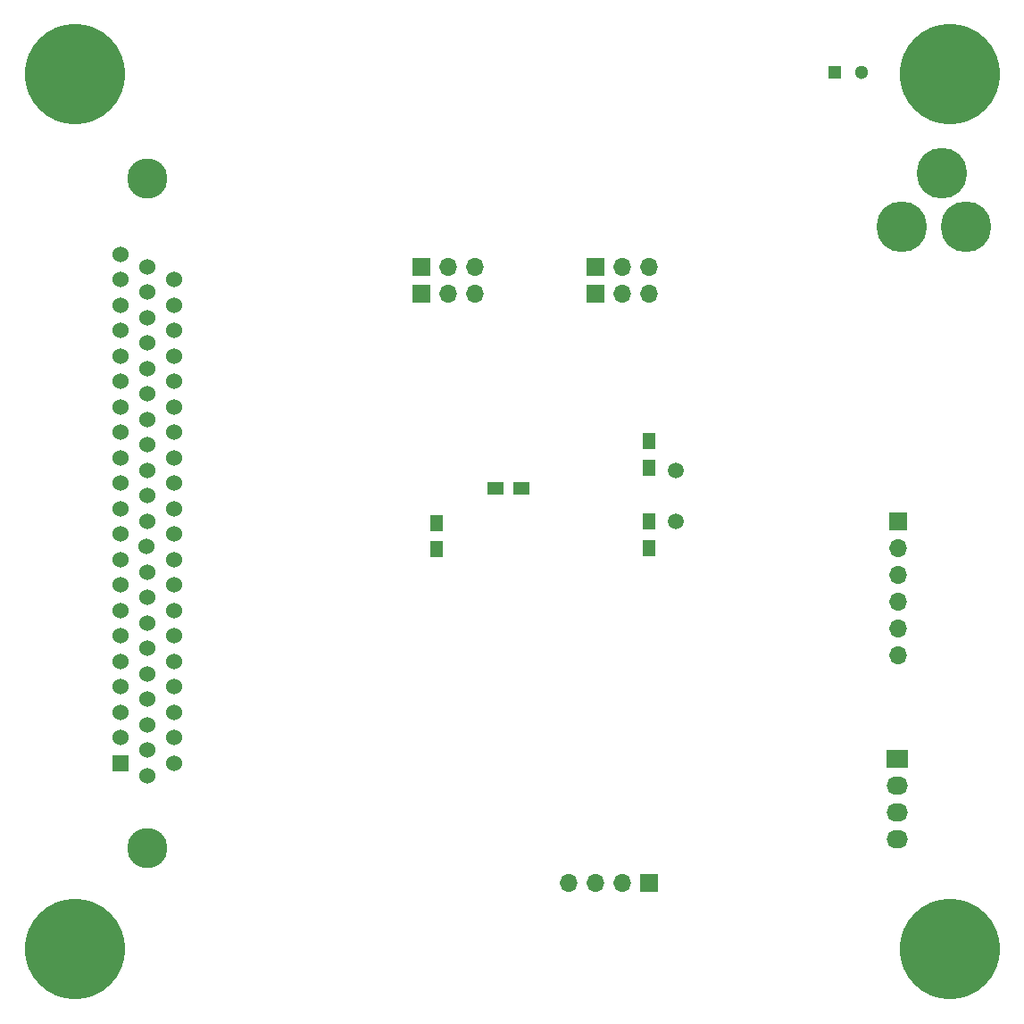
<source format=gbr>
G04 #@! TF.FileFunction,Soldermask,Bot*
%FSLAX46Y46*%
G04 Gerber Fmt 4.6, Leading zero omitted, Abs format (unit mm)*
G04 Created by KiCad (PCBNEW (after 2015-mar-04 BZR unknown)-product) date 1/4/2017 12:55:19 PM*
%MOMM*%
G01*
G04 APERTURE LIST*
%ADD10C,0.100000*%
%ADD11R,1.250000X1.500000*%
%ADD12R,1.500000X1.250000*%
%ADD13C,4.800600*%
%ADD14C,1.501140*%
%ADD15R,2.032000X1.727200*%
%ADD16O,2.032000X1.727200*%
%ADD17C,9.525000*%
%ADD18C,1.524000*%
%ADD19R,1.524000X1.524000*%
%ADD20C,3.810000*%
%ADD21R,1.700000X1.700000*%
%ADD22O,1.700000X1.700000*%
%ADD23R,1.300000X1.300000*%
%ADD24C,1.300000*%
G04 APERTURE END LIST*
D10*
D11*
X50292000Y-61067000D03*
X50292000Y-58567000D03*
D12*
X55900000Y-55245000D03*
X58400000Y-55245000D03*
D13*
X100500000Y-30500000D03*
X94404000Y-30500000D03*
X98214000Y-25420000D03*
D11*
X70485000Y-50820000D03*
X70485000Y-53320000D03*
X70485000Y-60940000D03*
X70485000Y-58440000D03*
D14*
X73000000Y-53559060D03*
X73000000Y-58440940D03*
D15*
X93980000Y-80899000D03*
D16*
X93980000Y-83439000D03*
X93980000Y-85979000D03*
X93980000Y-88519000D03*
D17*
X16000000Y-16000000D03*
X99000000Y-16000000D03*
X16000000Y-99000000D03*
X99000000Y-99000000D03*
D18*
X22860000Y-43929300D03*
D19*
X20320000Y-81330800D03*
D18*
X20320000Y-78917800D03*
X20320000Y-76504800D03*
X20320000Y-74091800D03*
X20320000Y-71678800D03*
X20320000Y-69265800D03*
X20320000Y-66852800D03*
X20320000Y-64439800D03*
X20320000Y-62026800D03*
D20*
X22860000Y-89408000D03*
X22860000Y-25908000D03*
D18*
X20320000Y-59613800D03*
X20320000Y-57200800D03*
X20320000Y-54787800D03*
X20320000Y-52374800D03*
X20320000Y-49961800D03*
X20320000Y-47548800D03*
X20320000Y-45135800D03*
X20320000Y-42722800D03*
X20320000Y-40309800D03*
X20320000Y-37896800D03*
X20320000Y-35483800D03*
X20320000Y-33070800D03*
X22860000Y-82537300D03*
X22860000Y-80124300D03*
X22860000Y-77711300D03*
X22860000Y-75298300D03*
X22860000Y-72885300D03*
X22860000Y-70472300D03*
X22860000Y-68059300D03*
X22860000Y-65646300D03*
X22860000Y-63233300D03*
X22783800Y-60820300D03*
X22860000Y-58407300D03*
X22860000Y-55994300D03*
X22860000Y-53581300D03*
X22860000Y-51168300D03*
X22860000Y-48755300D03*
X22860000Y-46342300D03*
X22860000Y-41516300D03*
X22860000Y-39103300D03*
X22860000Y-36690300D03*
X22860000Y-34277300D03*
X25400000Y-81330800D03*
X25400000Y-78917800D03*
X25400000Y-76504800D03*
X25400000Y-74091800D03*
X25400000Y-71678800D03*
X25400000Y-69265800D03*
X25400000Y-66852800D03*
X25400000Y-64439800D03*
X25400000Y-62026800D03*
X25400000Y-59613800D03*
X25400000Y-57200800D03*
X25400000Y-54787800D03*
X25400000Y-52374800D03*
X25400000Y-49961800D03*
X25400000Y-47548800D03*
X25400000Y-45135800D03*
X25400000Y-42722800D03*
X25400000Y-40309800D03*
X25400000Y-37896800D03*
X25400000Y-35483800D03*
D21*
X94107000Y-58420000D03*
D22*
X94107000Y-60960000D03*
X94107000Y-63500000D03*
X94107000Y-66040000D03*
X94107000Y-68580000D03*
X94107000Y-71120000D03*
D21*
X70485000Y-92710000D03*
D22*
X67945000Y-92710000D03*
X65405000Y-92710000D03*
X62865000Y-92710000D03*
D21*
X48895000Y-36830000D03*
D22*
X51435000Y-36830000D03*
X53975000Y-36830000D03*
D21*
X65405000Y-36830000D03*
D22*
X67945000Y-36830000D03*
X70485000Y-36830000D03*
D21*
X48895000Y-34290000D03*
D22*
X51435000Y-34290000D03*
X53975000Y-34290000D03*
D21*
X65405000Y-34290000D03*
D22*
X67945000Y-34290000D03*
X70485000Y-34290000D03*
D23*
X88100000Y-15800000D03*
D24*
X90600000Y-15800000D03*
M02*

</source>
